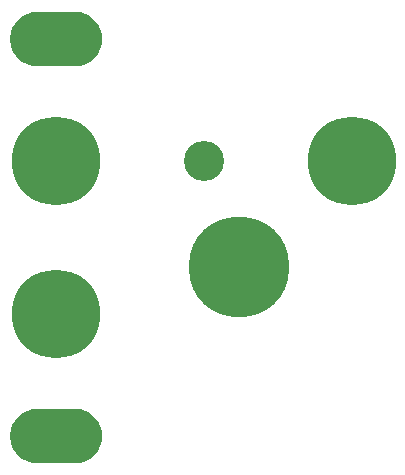
<source format=gbr>
G04 #@! TF.GenerationSoftware,KiCad,Pcbnew,(5.0.0)*
G04 #@! TF.CreationDate,2018-08-29T21:09:12+02:00*
G04 #@! TF.ProjectId,1u_lpg_panel,31755F6C70675F70616E656C2E6B6963,rev?*
G04 #@! TF.SameCoordinates,Original*
G04 #@! TF.FileFunction,Soldermask,Bot*
G04 #@! TF.FilePolarity,Negative*
%FSLAX46Y46*%
G04 Gerber Fmt 4.6, Leading zero omitted, Abs format (unit mm)*
G04 Created by KiCad (PCBNEW (5.0.0)) date 08/29/18 21:09:12*
%MOMM*%
%LPD*%
G01*
G04 APERTURE LIST*
%ADD10C,0.100000*%
%ADD11C,4.600000*%
%ADD12C,3.400000*%
%ADD13C,7.500000*%
%ADD14C,8.500000*%
G04 APERTURE END LIST*
D10*
G04 #@! TO.C,MH2*
G36*
X9325439Y-34311074D02*
X9548708Y-34344193D01*
X9767655Y-34399036D01*
X9980172Y-34475076D01*
X10184212Y-34571580D01*
X10377812Y-34687619D01*
X10559105Y-34822075D01*
X10726346Y-34973653D01*
X10877924Y-35140894D01*
X11012380Y-35322187D01*
X11128419Y-35515787D01*
X11224923Y-35719827D01*
X11300963Y-35932344D01*
X11355806Y-36151291D01*
X11388925Y-36374560D01*
X11400000Y-36599999D01*
X11400000Y-36600001D01*
X11388925Y-36825440D01*
X11355806Y-37048709D01*
X11300963Y-37267656D01*
X11224923Y-37480173D01*
X11128419Y-37684213D01*
X11012380Y-37877813D01*
X10877924Y-38059106D01*
X10726346Y-38226347D01*
X10559105Y-38377925D01*
X10377812Y-38512381D01*
X10184212Y-38628420D01*
X9980172Y-38724924D01*
X9767655Y-38800964D01*
X9548708Y-38855807D01*
X9325439Y-38888926D01*
X9100000Y-38900001D01*
X5900000Y-38900001D01*
X5674561Y-38888926D01*
X5451292Y-38855807D01*
X5232345Y-38800964D01*
X5019828Y-38724924D01*
X4815788Y-38628420D01*
X4622188Y-38512381D01*
X4440895Y-38377925D01*
X4273654Y-38226347D01*
X4122076Y-38059106D01*
X3987620Y-37877813D01*
X3871581Y-37684213D01*
X3775077Y-37480173D01*
X3699037Y-37267656D01*
X3644194Y-37048709D01*
X3611075Y-36825440D01*
X3600000Y-36600001D01*
X3600000Y-36599999D01*
X3611075Y-36374560D01*
X3644194Y-36151291D01*
X3699037Y-35932344D01*
X3775077Y-35719827D01*
X3871581Y-35515787D01*
X3987620Y-35322187D01*
X4122076Y-35140894D01*
X4273654Y-34973653D01*
X4440895Y-34822075D01*
X4622188Y-34687619D01*
X4815788Y-34571580D01*
X5019828Y-34475076D01*
X5232345Y-34399036D01*
X5451292Y-34344193D01*
X5674561Y-34311074D01*
X5900000Y-34299999D01*
X9100000Y-34299999D01*
X9325439Y-34311074D01*
X9325439Y-34311074D01*
G37*
D11*
X7500000Y-36600000D03*
G04 #@! TD*
D10*
G04 #@! TO.C,MH1*
G36*
X9325439Y-711074D02*
X9548708Y-744193D01*
X9767655Y-799036D01*
X9980172Y-875076D01*
X10184212Y-971580D01*
X10377812Y-1087619D01*
X10559105Y-1222075D01*
X10726346Y-1373653D01*
X10877924Y-1540894D01*
X11012380Y-1722187D01*
X11128419Y-1915787D01*
X11224923Y-2119827D01*
X11300963Y-2332344D01*
X11355806Y-2551291D01*
X11388925Y-2774560D01*
X11400000Y-2999999D01*
X11400000Y-3000001D01*
X11388925Y-3225440D01*
X11355806Y-3448709D01*
X11300963Y-3667656D01*
X11224923Y-3880173D01*
X11128419Y-4084213D01*
X11012380Y-4277813D01*
X10877924Y-4459106D01*
X10726346Y-4626347D01*
X10559105Y-4777925D01*
X10377812Y-4912381D01*
X10184212Y-5028420D01*
X9980172Y-5124924D01*
X9767655Y-5200964D01*
X9548708Y-5255807D01*
X9325439Y-5288926D01*
X9100000Y-5300001D01*
X5900000Y-5300001D01*
X5674561Y-5288926D01*
X5451292Y-5255807D01*
X5232345Y-5200964D01*
X5019828Y-5124924D01*
X4815788Y-5028420D01*
X4622188Y-4912381D01*
X4440895Y-4777925D01*
X4273654Y-4626347D01*
X4122076Y-4459106D01*
X3987620Y-4277813D01*
X3871581Y-4084213D01*
X3775077Y-3880173D01*
X3699037Y-3667656D01*
X3644194Y-3448709D01*
X3611075Y-3225440D01*
X3600000Y-3000001D01*
X3600000Y-2999999D01*
X3611075Y-2774560D01*
X3644194Y-2551291D01*
X3699037Y-2332344D01*
X3775077Y-2119827D01*
X3871581Y-1915787D01*
X3987620Y-1722187D01*
X4122076Y-1540894D01*
X4273654Y-1373653D01*
X4440895Y-1222075D01*
X4622188Y-1087619D01*
X4815788Y-971580D01*
X5019828Y-875076D01*
X5232345Y-799036D01*
X5451292Y-744193D01*
X5674561Y-711074D01*
X5900000Y-699999D01*
X9100000Y-699999D01*
X9325439Y-711074D01*
X9325439Y-711074D01*
G37*
D11*
X7500000Y-3000000D03*
G04 #@! TD*
D12*
G04 #@! TO.C,MH7*
X20000000Y-13300000D03*
G04 #@! TD*
D13*
G04 #@! TO.C,MH3*
X7500000Y-13300000D03*
G04 #@! TD*
G04 #@! TO.C,MH4*
X7500000Y-26300000D03*
G04 #@! TD*
G04 #@! TO.C,MH5*
X32500000Y-13300000D03*
G04 #@! TD*
D14*
G04 #@! TO.C,MH6*
X23000000Y-22300000D03*
G04 #@! TD*
M02*

</source>
